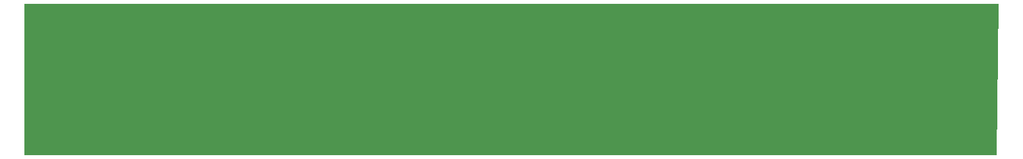
<source format=gbl>
G04 EAGLE Gerber RS-274X export*
G75*
%MOMM*%
%FSLAX34Y34*%
%LPD*%
%INBottom Copper*%
%IPPOS*%
%AMOC8*
5,1,8,0,0,1.08239X$1,22.5*%
G01*
%ADD10C,7.116000*%

G36*
X1282701Y-126D02*
X1282701Y-126D01*
X1282703Y-126D01*
X1282746Y-107D01*
X1282791Y-88D01*
X1282791Y-87D01*
X1282792Y-86D01*
X1282826Y-1D01*
X1285126Y199999D01*
X1285125Y200001D01*
X1285126Y200004D01*
X1285107Y200046D01*
X1285089Y200090D01*
X1285086Y200091D01*
X1285085Y200093D01*
X1285000Y200126D01*
X0Y200126D01*
X-2Y200125D01*
X-4Y200126D01*
X-47Y200106D01*
X-91Y200088D01*
X-91Y200086D01*
X-93Y200085D01*
X-126Y200000D01*
X-126Y0D01*
X-125Y-2D01*
X-126Y-4D01*
X-106Y-47D01*
X-88Y-91D01*
X-86Y-91D01*
X-85Y-93D01*
X0Y-126D01*
X1282700Y-126D01*
X1282701Y-126D01*
G37*
D10*
X1136400Y100250D03*
M02*

</source>
